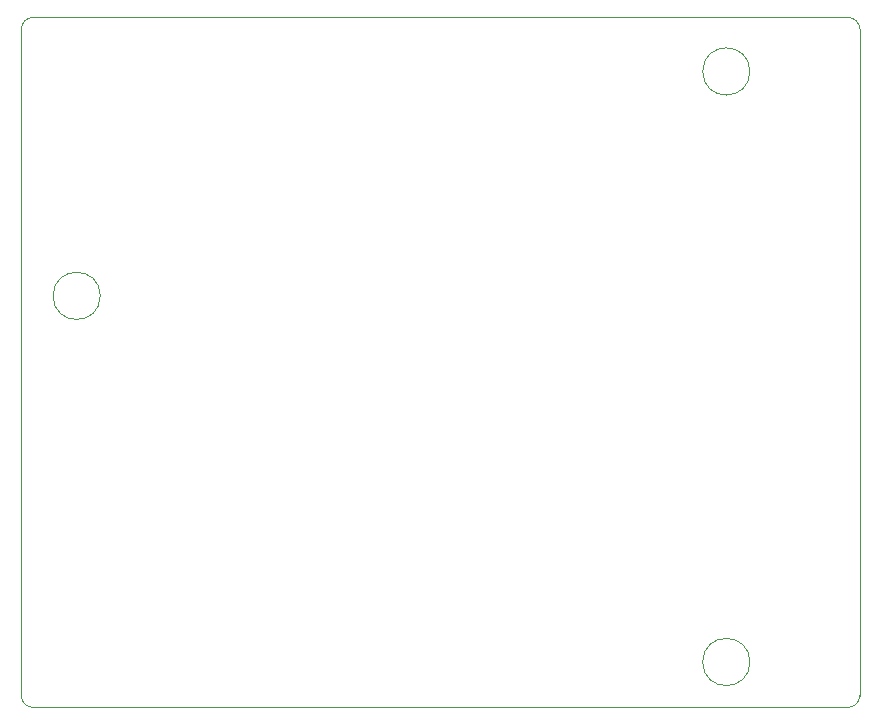
<source format=gm1>
%TF.GenerationSoftware,KiCad,Pcbnew,9.0.2*%
%TF.CreationDate,2025-07-07T17:51:17-07:00*%
%TF.ProjectId,powerBoard,706f7765-7242-46f6-9172-642e6b696361,rev?*%
%TF.SameCoordinates,Original*%
%TF.FileFunction,Profile,NP*%
%FSLAX46Y46*%
G04 Gerber Fmt 4.6, Leading zero omitted, Abs format (unit mm)*
G04 Created by KiCad (PCBNEW 9.0.2) date 2025-07-07 17:51:17*
%MOMM*%
%LPD*%
G01*
G04 APERTURE LIST*
%TA.AperFunction,Profile*%
%ADD10C,0.050000*%
%TD*%
G04 APERTURE END LIST*
D10*
X81931000Y-71374000D02*
X12938000Y-71374000D01*
X82931000Y-13954000D02*
X82931000Y-70374000D01*
X81931000Y-12954000D02*
G75*
G02*
X82931000Y-13954000I0J-1000000D01*
G01*
X82931000Y-70374000D02*
G75*
G02*
X81931000Y-71374000I-1000000J0D01*
G01*
X12938000Y-71374000D02*
G75*
G02*
X11938000Y-70374000I0J1000000D01*
G01*
X12938000Y-12954000D02*
X81931000Y-12954000D01*
X73628000Y-67526000D02*
G75*
G02*
X69628000Y-67526000I-2000000J0D01*
G01*
X69628000Y-67526000D02*
G75*
G02*
X73628000Y-67526000I2000000J0D01*
G01*
X73628000Y-17526000D02*
G75*
G02*
X69628000Y-17526000I-2000000J0D01*
G01*
X69628000Y-17526000D02*
G75*
G02*
X73628000Y-17526000I2000000J0D01*
G01*
X11938000Y-70374000D02*
X11938000Y-13954000D01*
X18628000Y-36526000D02*
G75*
G02*
X14628000Y-36526000I-2000000J0D01*
G01*
X14628000Y-36526000D02*
G75*
G02*
X18628000Y-36526000I2000000J0D01*
G01*
X11938000Y-13954000D02*
G75*
G02*
X12938000Y-12954000I1000000J0D01*
G01*
M02*

</source>
